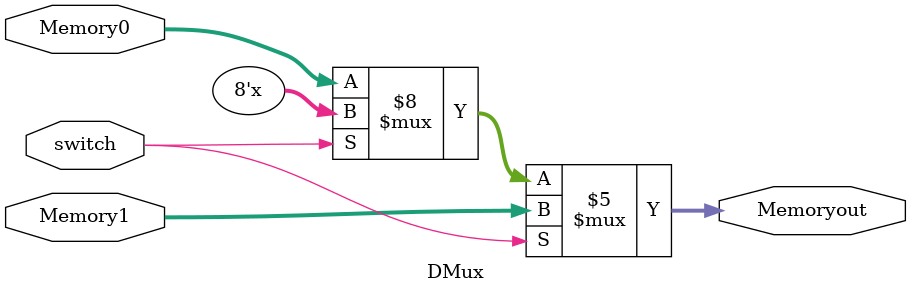
<source format=v>
`timescale 1ns / 1ps


module DMux(
    input [7:0]Memory0,Memory1,
    input switch,
    output reg [7:0]Memoryout
    );
    always@(switch,Memory0,Memory1)
    begin
        if( switch==0) Memoryout = Memory0;
        if( switch==1) Memoryout = Memory1;
    end
endmodule

</source>
